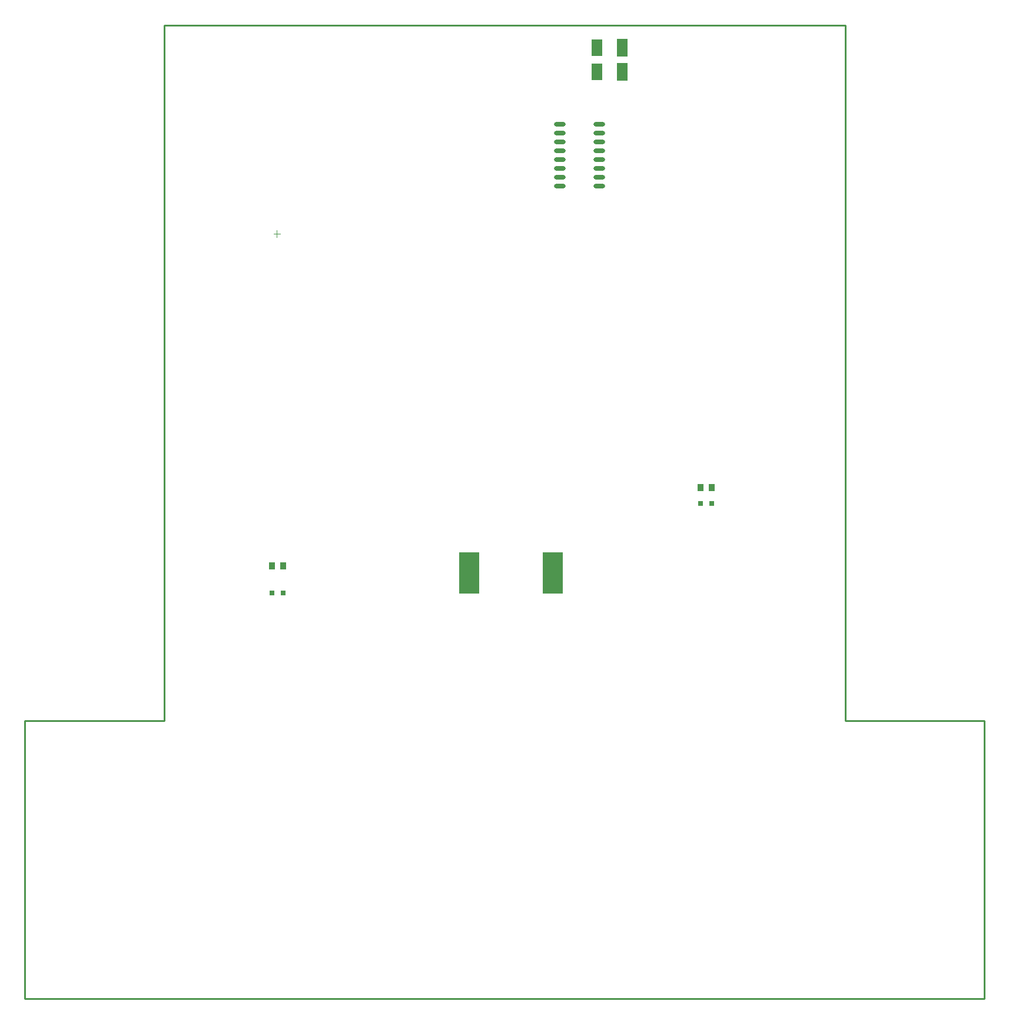
<source format=gtp>
G04 Layer_Color=8421504*
%FSLAX44Y44*%
%MOMM*%
G71*
G01*
G75*
%ADD10R,1.6000X2.5000*%
%ADD11R,1.6000X2.4000*%
%ADD12O,1.6500X0.6500*%
%ADD13R,0.9000X1.0000*%
%ADD14R,3.0000X6.0000*%
%ADD15R,0.8000X0.8000*%
%ADD17C,0.2540*%
%ADD18C,0.1000*%
D10*
X858990Y1332540D02*
D03*
Y1367540D02*
D03*
D11*
X822990Y1332540D02*
D03*
Y1367540D02*
D03*
D12*
X826250Y1168550D02*
D03*
Y1181250D02*
D03*
Y1193950D02*
D03*
Y1206650D02*
D03*
Y1219350D02*
D03*
Y1232050D02*
D03*
Y1244750D02*
D03*
Y1257450D02*
D03*
X769750Y1168550D02*
D03*
Y1181250D02*
D03*
Y1193950D02*
D03*
Y1206650D02*
D03*
Y1219350D02*
D03*
Y1232050D02*
D03*
Y1244750D02*
D03*
Y1257450D02*
D03*
D13*
X355000Y622000D02*
D03*
X371000D02*
D03*
X987500Y735000D02*
D03*
X971500D02*
D03*
D14*
X639000Y612000D02*
D03*
X759000D02*
D03*
D15*
X987500Y712500D02*
D03*
X971500D02*
D03*
X355000Y583000D02*
D03*
X371000D02*
D03*
D17*
X200000Y1400000D02*
X1180000D01*
Y400000D02*
X1380000D01*
X200000D02*
Y1400000D01*
X0Y400000D02*
X200000D01*
X0Y0D02*
Y400000D01*
Y-0D02*
X1380000D01*
X1180000Y400000D02*
Y1400000D01*
X1380000Y0D02*
Y400000D01*
D18*
X357500Y1100000D02*
X367500D01*
X362500Y1095000D02*
Y1105000D01*
M02*

</source>
